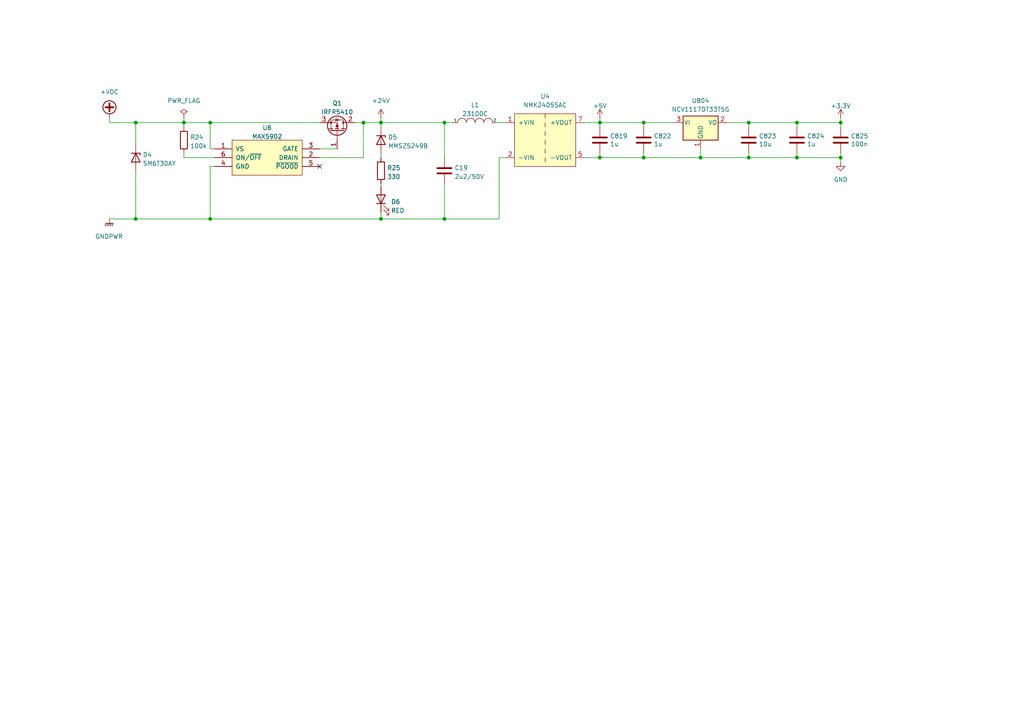
<source format=kicad_sch>
(kicad_sch (version 20230121) (generator eeschema)
  (paper "A4")
  (lib_symbols
    (symbol "Device:C" (pin_numbers hide) (pin_names (offset 0.254))
      (property "Reference" "C" (at 0.635 2.54 0))
      (property "Value" "C" (at 0.635 -2.54 0))
      (symbol "C_0_1"
        (polyline (pts (xy -2.032 -0.762) (xy 2.032 -0.762)) (stroke (width 0.508)))
        (polyline (pts (xy -2.032 0.762) (xy 2.032 0.762)) (stroke (width 0.508)))
      )
      (symbol "C_1_1"
        (pin passive line (at 0 3.81 270) (length 2.794) (name "~") (number "1"))
        (pin passive line (at 0 -3.81 90) (length 2.794) (name "~") (number "2"))
      )
    )
    (symbol "Device:D_Zener" (pin_numbers hide) (pin_names (offset 1.016) hide)
      (property "Reference" "D" (at 0 2.54 0))
      (property "Value" "D_Zener" (at 0 -2.54 0))
      (symbol "D_Zener_0_1"
        (polyline (pts (xy 1.27 0) (xy -1.27 0)))
        (polyline (pts (xy -1.27 -1.27) (xy -1.27 1.27) (xy -0.762 1.27)) (stroke (width 0.254)))
        (polyline (pts (xy 1.27 -1.27) (xy 1.27 1.27) (xy -1.27 0) (xy 1.27 -1.27)) (stroke (width 0.254)))
      )
      (symbol "D_Zener_1_1"
        (pin passive line (at -3.81 0 0) (length 2.54) (name "K") (number "1"))
        (pin passive line (at 3.81 0 180) (length 2.54) (name "A") (number "2"))
      )
    )
    (symbol "Device:LED" (pin_numbers hide) (pin_names (offset 1.016) hide)
      (property "Reference" "D" (at 0 2.54 0))
      (property "Value" "LED" (at 0 -2.54 0))
      (symbol "LED_0_1"
        (polyline (pts (xy -1.27 -1.27) (xy -1.27 1.27)) (stroke (width 0.254)))
        (polyline (pts (xy -1.27 0) (xy 1.27 0)))
        (polyline (pts (xy 1.27 -1.27) (xy 1.27 1.27) (xy -1.27 0) (xy 1.27 -1.27)) (stroke (width 0.254)))
        (polyline (pts (xy -3.048 -0.762) (xy -4.572 -2.286) (xy -3.81 -2.286) (xy -4.572 -2.286) (xy -4.572 -1.524)))
        (polyline (pts (xy -1.778 -0.762) (xy -3.302 -2.286) (xy -2.54 -2.286) (xy -3.302 -2.286) (xy -3.302 -1.524)))
      )
      (symbol "LED_1_1"
        (pin passive line (at -3.81 0 0) (length 2.54) (name "K") (number "1"))
        (pin passive line (at 3.81 0 180) (length 2.54) (name "A") (number "2"))
      )
    )
    (symbol "Device:Q_PMOS_GDS" (pin_names (offset 0) hide)
      (property "Reference" "Q" (at 5.08 1.27 0))
      (property "Value" "Q_PMOS_GDS" (at 5.08 -1.27 0))
      (symbol "Q_PMOS_GDS_0_1"
        (polyline (pts (xy 0.254 0) (xy -2.54 0)))
        (polyline (pts (xy 0.254 1.905) (xy 0.254 -1.905)) (stroke (width 0.254)))
        (polyline (pts (xy 0.762 -1.27) (xy 0.762 -2.286)) (stroke (width 0.254)))
        (polyline (pts (xy 0.762 0.508) (xy 0.762 -0.508)) (stroke (width 0.254)))
        (polyline (pts (xy 0.762 2.286) (xy 0.762 1.27)) (stroke (width 0.254)))
        (polyline (pts (xy 2.54 2.54) (xy 2.54 1.778)))
        (polyline (pts (xy 2.54 -2.54) (xy 2.54 0) (xy 0.762 0)))
        (polyline (pts (xy 0.762 1.778) (xy 3.302 1.778) (xy 3.302 -1.778) (xy 0.762 -1.778)))
        (polyline (pts (xy 2.286 0) (xy 1.27 0.381) (xy 1.27 -0.381) (xy 2.286 0)) (fill (type outline)))
        (polyline (pts (xy 2.794 -0.508) (xy 2.921 -0.381) (xy 3.683 -0.381) (xy 3.81 -0.254)))
        (polyline (pts (xy 3.302 -0.381) (xy 2.921 0.254) (xy 3.683 0.254) (xy 3.302 -0.381)))
        (circle (center 1.651 0) (radius 2.794) (stroke (width 0.254)))
        (circle (center 2.54 -1.778) (radius 0.254) (fill (type outline)))
        (circle (center 2.54 1.778) (radius 0.254) (fill (type outline)))
      )
      (symbol "Q_PMOS_GDS_1_1"
        (pin input line (at -5.08 0 0) (length 2.54) (name "G") (number "1"))
        (pin passive line (at 2.54 5.08 270) (length 2.54) (name "D") (number "2"))
        (pin passive line (at 2.54 -5.08 90) (length 2.54) (name "S") (number "3"))
      )
    )
    (symbol "Device:R" (pin_numbers hide) (pin_names (offset 0))
      (property "Reference" "R" (at 2.032 0 90))
      (property "Value" "R" (at 0 0 90))
      (symbol "R_0_1"
        (rectangle (start -1.016 -2.54) (end 1.016 2.54) (stroke (width 0.254)))
      )
      (symbol "R_1_1"
        (pin passive line (at 0 3.81 270) (length 1.27) (name "~") (number "1"))
        (pin passive line (at 0 -3.81 90) (length 1.27) (name "~") (number "2"))
      )
    )
    (symbol "LVPREAMP:MAX5902" (pin_names (offset 1.016))
      (property "Reference" "U" (at -8.89 6.35 0))
      (property "Value" "MAX5902" (at 5.08 6.35 0))
      (symbol "MAX5902_0_1"
        (rectangle (start -10.16 5.08) (end 10.16 -5.08) (fill (type background)))
      )
      (symbol "MAX5902_1_1"
        (pin passive line (at -15.24 2.54 0) (length 5.08) (name "VS") (number "1"))
        (pin passive line (at 15.24 0 180) (length 5.08) (name "DRAIN") (number "2"))
        (pin passive line (at 15.24 2.54 180) (length 5.08) (name "GATE") (number "3"))
        (pin passive line (at -15.24 -2.54 0) (length 5.08) (name "GND") (number "4"))
        (pin passive line (at 15.24 -2.54 180) (length 5.08) (name "~{PGOOD}") (number "5"))
        (pin passive line (at -15.24 0 0) (length 5.08) (name "ON/~{OFF}") (number "6"))
      )
    )
    (symbol "LVPREAMP:NMK_SINGLE" (pin_names (offset 1.016))
      (property "Reference" "U" (at 0 11.43 0))
      (property "Value" "NMK_SINGLE" (at 0 8.89 0))
      (symbol "NMK_SINGLE_0_1"
        (rectangle (start -8.89 7.62) (end 8.89 -7.62) (fill (type background)))
        (polyline (pts (xy 0 -5.08) (xy 0 -6.35)))
        (polyline (pts (xy 0 -2.54) (xy 0 -3.81)))
        (polyline (pts (xy 0 0) (xy 0 -1.27)))
        (polyline (pts (xy 0 2.54) (xy 0 1.27)))
        (polyline (pts (xy 0 5.08) (xy 0 3.81)))
        (polyline (pts (xy 0 7.62) (xy 0 6.35)))
      )
      (symbol "NMK_SINGLE_1_1"
        (pin passive line (at -11.43 5.08 0) (length 2.54) (name "+VIN") (number "1"))
        (pin passive line (at -11.43 -5.08 0) (length 2.54) (name "-VIN") (number "2"))
        (pin passive line (at 11.43 -5.08 180) (length 2.54) (name "-VOUT") (number "5"))
        (pin passive line (at 11.43 5.08 180) (length 2.54) (name "+VOUT") (number "7"))
      )
    )
    (symbol "Regulator_Linear:LM1117-3.3" (pin_names (offset 0.254))
      (property "Reference" "U" (at -3.81 3.175 0))
      (property "Value" "LM1117-3.3" (at 0 3.175 0))
      (symbol "LM1117-3.3_0_1"
        (rectangle (start -5.08 -5.08) (end 5.08 1.905) (stroke (width 0.254)) (fill (type background)))
      )
      (symbol "LM1117-3.3_1_1"
        (pin power_in line (at 0 -7.62 90) (length 2.54) (name "GND") (number "1"))
        (pin power_out line (at 7.62 0 180) (length 2.54) (name "VO") (number "2"))
        (pin power_in line (at -7.62 0 0) (length 2.54) (name "VI") (number "3"))
      )
    )
    (symbol "power:+24V" (power) (pin_names (offset 0))
      (property "Value" "+24V" (at 0 3.556 0))
      (symbol "+24V_0_1"
        (polyline (pts (xy -0.762 1.27) (xy 0 2.54)))
        (polyline (pts (xy 0 0) (xy 0 2.54)))
        (polyline (pts (xy 0 2.54) (xy 0.762 1.27)))
      )
      (symbol "+24V_1_1"
        (pin power_in line (at 0 0 90) (length 0) hide (name "+24V") (number "1"))
      )
    )
    (symbol "power:+3.3V" (power) (pin_names (offset 0))
      (property "Value" "+3.3V" (at 0 3.556 0))
      (symbol "+3.3V_0_1"
        (polyline (pts (xy -0.762 1.27) (xy 0 2.54)))
        (polyline (pts (xy 0 0) (xy 0 2.54)))
        (polyline (pts (xy 0 2.54) (xy 0.762 1.27)))
      )
      (symbol "+3.3V_1_1"
        (pin power_in line (at 0 0 90) (length 0) hide (name "+3.3V") (number "1"))
      )
    )
    (symbol "power:+5V" (power) (pin_names (offset 0))
      (property "Value" "+5V" (at 0 3.556 0))
      (symbol "+5V_0_1"
        (polyline (pts (xy -0.762 1.27) (xy 0 2.54)))
        (polyline (pts (xy 0 0) (xy 0 2.54)))
        (polyline (pts (xy 0 2.54) (xy 0.762 1.27)))
      )
      (symbol "+5V_1_1"
        (pin power_in line (at 0 0 90) (length 0) hide (name "+5V") (number "1"))
      )
    )
    (symbol "power:+VDC" (power) (pin_names (offset 0))
      (property "Value" "+VDC" (at 0 6.35 0))
      (symbol "+VDC_0_1"
        (polyline (pts (xy -1.143 3.175) (xy 1.143 3.175)) (stroke (width 0.508)))
        (polyline (pts (xy 0 0) (xy 0 1.27)))
        (polyline (pts (xy 0 2.032) (xy 0 4.318)) (stroke (width 0.508)))
        (circle (center 0 3.175) (radius 1.905) (stroke (width 0.254)))
      )
      (symbol "+VDC_1_1"
        (pin power_in line (at 0 0 90) (length 0) hide (name "+VDC") (number "1"))
      )
    )
    (symbol "power:GND" (power) (pin_names (offset 0))
      (property "Value" "GND" (at 0 -3.81 0))
      (symbol "GND_0_1"
        (polyline (pts (xy 0 0) (xy 0 -1.27) (xy 1.27 -1.27) (xy 0 -2.54) (xy -1.27 -1.27) (xy 0 -1.27)))
      )
      (symbol "GND_1_1"
        (pin power_in line (at 0 0 270) (length 0) hide (name "GND") (number "1"))
      )
    )
    (symbol "power:GNDPWR" (power) (pin_names (offset 0))
      (property "Value" "GNDPWR" (at 0 -3.302 0))
      (symbol "GNDPWR_0_1"
        (polyline (pts (xy 0 -1.27) (xy 0 0)))
        (polyline (pts (xy -1.016 -1.27) (xy -1.27 -2.032) (xy -1.27 -2.032)) (stroke (width 0.2032)))
        (polyline (pts (xy -0.508 -1.27) (xy -0.762 -2.032) (xy -0.762 -2.032)) (stroke (width 0.2032)))
        (polyline (pts (xy 0 -1.27) (xy -0.254 -2.032) (xy -0.254 -2.032)) (stroke (width 0.2032)))
        (polyline (pts (xy 0.508 -1.27) (xy 0.254 -2.032) (xy 0.254 -2.032)) (stroke (width 0.2032)))
        (polyline (pts (xy 1.016 -1.27) (xy -1.016 -1.27) (xy -1.016 -1.27)) (stroke (width 0.2032)))
        (polyline (pts (xy 1.016 -1.27) (xy 0.762 -2.032) (xy 0.762 -2.032) (xy 0.762 -2.032)) (stroke (width 0.2032)))
      )
      (symbol "GNDPWR_1_1"
        (pin power_in line (at 0 0 270) (length 0) hide (name "GNDPWR") (number "1"))
      )
    )
    (symbol "power:PWR_FLAG" (power) (pin_numbers hide) (pin_names (offset 0) hide)
      (property "Value" "PWR_FLAG" (at 0 3.81 0))
      (symbol "PWR_FLAG_0_0"
        (pin power_out line (at 0 0 90) (length 0) (name "pwr") (number "1"))
      )
      (symbol "PWR_FLAG_0_1"
        (polyline (pts (xy 0 0) (xy 0 1.27) (xy -1.016 1.905) (xy 0 2.54) (xy 1.016 1.905) (xy 0 1.27)))
      )
    )
    (symbol "pspice:INDUCTOR" (pin_numbers hide) (pin_names (offset 0))
      (property "Reference" "L" (at 0 2.54 0))
      (property "Value" "INDUCTOR" (at 0 -1.27 0))
      (symbol "INDUCTOR_0_1"
        (arc (start -2.54 0) (mid -3.81 1.2645) (end -5.08 0))
        (arc (start 0 0) (mid -1.27 1.2645) (end -2.54 0))
        (arc (start 2.54 0) (mid 1.27 1.2645) (end 0 0))
        (arc (start 5.08 0) (mid 3.81 1.2645) (end 2.54 0))
      )
      (symbol "INDUCTOR_1_1"
        (pin input line (at -6.35 0 0) (length 1.27) (name "1") (number "1"))
        (pin input line (at 6.35 0 180) (length 1.27) (name "2") (number "2"))
      )
    )
  )
  (junction (at 203.2 45.72))
  (junction (at 53.34 35.56))
  (junction (at 173.99 35.56))
  (junction (at 110.49 63.5))
  (junction (at 186.69 35.56))
  (junction (at 231.14 45.72))
  (junction (at 217.17 35.56))
  (junction (at 173.99 45.72))
  (junction (at 231.14 35.56))
  (junction (at 110.49 35.56))
  (junction (at 128.905 63.5))
  (junction (at 39.37 35.56))
  (junction (at 243.84 45.72))
  (junction (at 60.96 63.5))
  (junction (at 243.84 35.56))
  (junction (at 39.37 63.5))
  (junction (at 105.41 35.56))
  (junction (at 128.905 35.56))
  (junction (at 186.69 45.72))
  (junction (at 217.17 45.72))
  (junction (at 60.96 35.56))
  (no_connect (at 92.71 48.26))
  (wire (pts (xy 62.23 48.26) (xy 60.96 48.26)))
  (wire (pts (xy 60.96 63.5) (xy 39.37 63.5)))
  (wire (pts (xy 169.545 45.72) (xy 173.99 45.72)))
  (wire (pts (xy 110.49 61.595) (xy 110.49 63.5)))
  (wire (pts (xy 210.82 35.56) (xy 217.17 35.56)))
  (wire (pts (xy 217.17 44.45) (xy 217.17 45.72)))
  (wire (pts (xy 110.49 34.29) (xy 110.49 35.56)))
  (wire (pts (xy 144.78 63.5) (xy 144.78 45.72)))
  (wire (pts (xy 31.75 35.56) (xy 39.37 35.56)))
  (wire (pts (xy 105.41 35.56) (xy 110.49 35.56)))
  (wire (pts (xy 110.49 63.5) (xy 128.905 63.5)))
  (wire (pts (xy 105.41 35.56) (xy 102.87 35.56)))
  (wire (pts (xy 243.84 45.72) (xy 243.84 44.45)))
  (wire (pts (xy 53.34 34.29) (xy 53.34 35.56)))
  (wire (pts (xy 186.69 45.72) (xy 203.2 45.72)))
  (wire (pts (xy 186.69 35.56) (xy 186.69 36.83)))
  (wire (pts (xy 186.69 44.45) (xy 186.69 45.72)))
  (wire (pts (xy 110.49 35.56) (xy 128.905 35.56)))
  (wire (pts (xy 62.23 43.18) (xy 60.96 43.18)))
  (wire (pts (xy 128.905 35.56) (xy 128.905 45.72)))
  (wire (pts (xy 92.71 45.72) (xy 105.41 45.72)))
  (wire (pts (xy 231.14 45.72) (xy 243.84 45.72)))
  (wire (pts (xy 243.84 34.29) (xy 243.84 35.56)))
  (wire (pts (xy 92.71 43.18) (xy 97.79 43.18)))
  (wire (pts (xy 110.49 44.45) (xy 110.49 45.72)))
  (wire (pts (xy 110.49 35.56) (xy 110.49 36.83)))
  (wire (pts (xy 60.96 35.56) (xy 92.71 35.56)))
  (wire (pts (xy 53.34 36.83) (xy 53.34 35.56)))
  (wire (pts (xy 173.99 34.29) (xy 173.99 35.56)))
  (wire (pts (xy 173.99 35.56) (xy 186.69 35.56)))
  (wire (pts (xy 62.23 45.72) (xy 53.34 45.72)))
  (wire (pts (xy 243.84 35.56) (xy 243.84 36.83)))
  (wire (pts (xy 60.96 63.5) (xy 110.49 63.5)))
  (wire (pts (xy 31.75 34.29) (xy 31.75 35.56)))
  (wire (pts (xy 231.14 44.45) (xy 231.14 45.72)))
  (wire (pts (xy 39.37 35.56) (xy 53.34 35.56)))
  (wire (pts (xy 60.96 48.26) (xy 60.96 63.5)))
  (wire (pts (xy 60.96 35.56) (xy 53.34 35.56)))
  (wire (pts (xy 203.2 43.18) (xy 203.2 45.72)))
  (wire (pts (xy 173.99 45.72) (xy 186.69 45.72)))
  (wire (pts (xy 60.96 43.18) (xy 60.96 35.56)))
  (wire (pts (xy 53.34 45.72) (xy 53.34 44.45)))
  (wire (pts (xy 144.78 45.72) (xy 146.685 45.72)))
  (wire (pts (xy 186.69 35.56) (xy 195.58 35.56)))
  (wire (pts (xy 105.41 45.72) (xy 105.41 35.56)))
  (wire (pts (xy 217.17 45.72) (xy 231.14 45.72)))
  (wire (pts (xy 231.14 35.56) (xy 231.14 36.83)))
  (wire (pts (xy 144.145 35.56) (xy 146.685 35.56)))
  (wire (pts (xy 217.17 35.56) (xy 231.14 35.56)))
  (wire (pts (xy 39.37 49.53) (xy 39.37 63.5)))
  (wire (pts (xy 231.14 35.56) (xy 243.84 35.56)))
  (wire (pts (xy 31.75 63.5) (xy 39.37 63.5)))
  (wire (pts (xy 128.905 35.56) (xy 131.445 35.56)))
  (wire (pts (xy 217.17 36.83) (xy 217.17 35.56)))
  (wire (pts (xy 39.37 35.56) (xy 39.37 41.91)))
  (wire (pts (xy 243.84 46.99) (xy 243.84 45.72)))
  (wire (pts (xy 173.99 44.45) (xy 173.99 45.72)))
  (wire (pts (xy 128.905 63.5) (xy 144.78 63.5)))
  (wire (pts (xy 128.905 53.34) (xy 128.905 63.5)))
  (wire (pts (xy 169.545 35.56) (xy 173.99 35.56)))
  (wire (pts (xy 110.49 53.975) (xy 110.49 53.34)))
  (wire (pts (xy 203.2 45.72) (xy 217.17 45.72)))
  (wire (pts (xy 173.99 35.56) (xy 173.99 36.83)))
  (symbol (lib_id "Device:Q_PMOS_GDS") (at 97.79 38.1 270) (mirror x) (unit 1)
    (property "Reference" "Q1" (at 97.79 29.9552 90))
    (property "Value" "IRFR5410" (at 97.79 32.4921 90))
    (property "Footprint" "LVPREAMP:TO-252-2_Rectifier" (effects hide))
    (instances (project "LVPREAMP" (path "" (reference "Q1") (unit 1))) (project "ETH1CREF1A" (path "" (reference "Q601") (unit 1))))
  )
  (symbol (lib_id "Regulator_Linear:LM1117-3.3") (at 203.2 35.56 0) (unit 1)
    (property "Reference" "U804" (at 203.2 29.21 0))
    (property "Value" "NCV1117DT33T5G" (at 203.2 31.75 0))
    (property "Footprint" "Package_TO_SOT_SMD:TO-252-2" (effects hide))
    (property "Datasheet" "http://www.ti.com/lit/ds/symlink/lm1117.pdf" (effects hide))
    (instances (project "ETH1CSMU2" (path "" (reference "U804") (unit 1))) (project "ETH1CREF1A" (path "" (reference "U604") (unit 1))))
  )
  (symbol (lib_id "Device:D_Zener") (at 39.37 45.72 270) (unit 1)
    (property "Reference" "D4" (at 41.402 44.8853 90) (effects (justify left)))
    (property "Value" "SM6T30AY" (at 41.402 47.4222 90) (effects (justify left)))
    (property "Footprint" "LVPREAMP:DO_214AA_REV" (effects hide))
    (instances (project "LVPREAMP" (path "" (reference "D4") (unit 1))) (project "ETH1CREF1A" (path "" (reference "D601") (unit 1))))
  )
  (symbol (lib_id "pspice:INDUCTOR") (at 137.795 35.56 0) (unit 1)
    (property "Reference" "L1" (at 137.795 30.48 0))
    (property "Value" "23100C" (at 137.795 33.02 0))
    (property "Footprint" "LVPREAMP:23100C" (effects hide))
    (instances (project "LVPREAMP" (path "" (reference "L1") (unit 1))) (project "ETH1CREF1A" (path "" (reference "L702") (unit 1)) (path "" (reference "L601") (unit 1))))
  )
  (symbol (lib_id "Device:R") (at 110.49 49.53 0) (unit 1)
    (property "Reference" "R25" (at 112.268 48.6953 0) (effects (justify left)))
    (property "Value" "330" (at 112.268 51.2322 0) (effects (justify left)))
    (property "Footprint" "Resistor_SMD:R_0603_1608Metric_Pad0.98x0.95mm_HandSolder" (effects hide))
    (instances (project "LVPREAMP" (path "" (reference "R25") (unit 1))) (project "ETH1CREF1A" (path "" (reference "R602") (unit 1))))
  )
  (symbol (lib_id "Device:C") (at 128.905 49.53 0) (unit 1)
    (property "Reference" "C19" (at 131.826 48.6953 0) (effects (justify left)))
    (property "Value" "2u2/50V" (at 131.826 51.2322 0) (effects (justify left)))
    (property "Footprint" "Capacitor_SMD:C_1206_3216Metric_Pad1.33x1.80mm_HandSolder" (effects hide))
    (instances (project "LVPREAMP" (path "" (reference "C19") (unit 1))) (project "ETH1CREF1A" (path "" (reference "C716") (unit 1)) (path "" (reference "C601") (unit 1))))
  )
  (symbol (lib_id "power:+3.3V") (at 243.84 34.29 0) (unit 1)
    (property "Reference" "#PWR0812" (effects hide))
    (property "Value" "+3.3V" (at 243.84 30.7142 0))
    (instances (project "ETH1CSMU2" (path "" (reference "#PWR0812") (unit 1))) (project "ETH1CREF1A" (path "" (reference "#PWR0607") (unit 1))))
  )
  (symbol (lib_id "Device:C") (at 173.99 40.64 0) (unit 1)
    (property "Reference" "C819" (at 176.911 39.4716 0) (effects (justify left)))
    (property "Value" "1u" (at 176.911 41.783 0) (effects (justify left)))
    (property "Footprint" "Capacitor_SMD:C_1206_3216Metric_Pad1.33x1.80mm_HandSolder" (effects hide))
    (instances (project "ETH1CSMU2" (path "" (reference "C819") (unit 1))) (project "ETH1CREF1A" (path "" (reference "C604") (unit 1))))
  )
  (symbol (lib_id "Device:LED") (at 110.49 57.785 90) (unit 1)
    (property "Reference" "D6" (at 113.411 58.5378 90) (effects (justify right)))
    (property "Value" "RED" (at 113.411 61.0747 90) (effects (justify right)))
    (property "Footprint" "LED_SMD:LED_0603_1608Metric_Pad1.05x0.95mm_HandSolder" (effects hide))
    (instances (project "LVPREAMP" (path "" (reference "D6") (unit 1))) (project "ETH1CREF1A" (path "" (reference "D603") (unit 1))))
  )
  (symbol (lib_id "power:+24V") (at 110.49 34.29 0) (unit 1)
    (property "Reference" "#PWR066" (effects hide))
    (property "Value" "+24V" (at 110.49 29.21 0))
    (instances (project "LVPREAMP" (path "" (reference "#PWR066") (unit 1))) (project "ETH1CREF1A" (path "" (reference "#PWR0603") (unit 1))))
  )
  (symbol (lib_id "power:GND") (at 243.84 46.99 0) (unit 1)
    (property "Reference" "#PWR0604" (effects hide))
    (property "Value" "GND" (at 243.84 52.07 0))
  )
  (symbol (lib_id "power:PWR_FLAG") (at 53.34 34.29 0) (unit 1)
    (property "Reference" "#FLG05" (effects hide))
    (property "Value" "PWR_FLAG" (at 53.34 29.21 0))
    (instances (project "LVPREAMP" (path "" (reference "#FLG05") (unit 1))) (project "ETH1CREF1A" (path "" (reference "#FLG0601") (unit 1))))
  )
  (symbol (lib_id "Device:D_Zener") (at 110.49 40.64 270) (unit 1)
    (property "Reference" "D5" (at 112.522 39.8053 90) (effects (justify left)))
    (property "Value" "MMSZ5249B" (at 112.522 42.3422 90) (effects (justify left)))
    (property "Footprint" "Diode_SMD:D_SOD-123" (effects hide))
    (instances (project "LVPREAMP" (path "" (reference "D5") (unit 1))) (project "ETH1CREF1A" (path "" (reference "D602") (unit 1))))
  )
  (symbol (lib_id "LVPREAMP:NMK_SINGLE") (at 158.115 40.64 0) (unit 1)
    (property "Reference" "U4" (at 158.115 27.94 0))
    (property "Value" "NMK2405SAC" (at 158.115 30.48 0))
    (property "Footprint" "LVPREAMP:NMK_SINGLE" (effects hide))
    (instances (project "LVPREAMP" (path "" (reference "U4") (unit 1))) (project "ETH1CREF1A" (path "" (reference "U706") (unit 1)) (path "" (reference "U602") (unit 1))))
  )
  (symbol (lib_id "Device:R") (at 53.34 40.64 0) (unit 1)
    (property "Reference" "R24" (at 55.118 39.8053 0) (effects (justify left)))
    (property "Value" "100k" (at 55.118 42.3422 0) (effects (justify left)))
    (property "Footprint" "Resistor_SMD:R_0603_1608Metric_Pad0.98x0.95mm_HandSolder" (effects hide))
    (instances (project "LVPREAMP" (path "" (reference "R24") (unit 1))) (project "ETH1CREF1A" (path "" (reference "R601") (unit 1))))
  )
  (symbol (lib_id "power:+5V") (at 173.99 34.29 0) (unit 1)
    (property "Reference" "#PWR0808" (effects hide))
    (property "Value" "+5V" (at 173.99 30.7142 0))
    (instances (project "ETH1CSMU2" (path "" (reference "#PWR0808") (unit 1))) (project "ETH1CREF1A" (path "" (reference "#PWR0605") (unit 1))))
  )
  (symbol (lib_id "Device:C") (at 217.17 40.64 0) (unit 1)
    (property "Reference" "C823" (at 220.091 39.4716 0) (effects (justify left)))
    (property "Value" "10u" (at 220.091 41.783 0) (effects (justify left)))
    (property "Footprint" "Capacitor_SMD:C_1206_3216Metric_Pad1.33x1.80mm_HandSolder" (effects hide))
    (instances (project "ETH1CSMU2" (path "" (reference "C823") (unit 1))) (project "ETH1CREF1A" (path "" (reference "C606") (unit 1))))
  )
  (symbol (lib_id "Device:C") (at 186.69 40.64 0) (unit 1)
    (property "Reference" "C822" (at 189.611 39.4716 0) (effects (justify left)))
    (property "Value" "1u" (at 189.611 41.783 0) (effects (justify left)))
    (property "Footprint" "Capacitor_SMD:C_1206_3216Metric_Pad1.33x1.80mm_HandSolder" (effects hide))
    (instances (project "ETH1CSMU2" (path "" (reference "C822") (unit 1))) (project "ETH1CREF1A" (path "" (reference "C605") (unit 1))))
  )
  (symbol (lib_id "power:GNDPWR") (at 31.75 63.5 0) (unit 1)
    (property "Reference" "#PWR054" (effects hide))
    (property "Value" "GNDPWR" (at 31.623 68.58 0))
    (instances (project "LVPREAMP" (path "" (reference "#PWR054") (unit 1))) (project "ETH1CREF1A" (path "" (reference "#PWR0602") (unit 1))))
  )
  (symbol (lib_id "LVPREAMP:MAX5902") (at 77.47 45.72 0) (unit 1)
    (property "Reference" "U6" (at 77.47 37.0672 0))
    (property "Value" "MAX5902" (at 77.47 39.6041 0))
    (property "Footprint" "Package_TO_SOT_SMD:SOT-23-6_Handsoldering" (effects hide))
    (instances (project "LVPREAMP" (path "" (reference "U6") (unit 1))) (project "ETH1CREF1A" (path "" (reference "U601") (unit 1))))
  )
  (symbol (lib_id "Device:C") (at 231.14 40.64 0) (unit 1)
    (property "Reference" "C824" (at 234.061 39.4716 0) (effects (justify left)))
    (property "Value" "1u" (at 234.061 41.783 0) (effects (justify left)))
    (property "Footprint" "Capacitor_SMD:C_1206_3216Metric_Pad1.33x1.80mm_HandSolder" (effects hide))
    (instances (project "ETH1CSMU2" (path "" (reference "C824") (unit 1))) (project "ETH1CREF1A" (path "" (reference "C607") (unit 1))))
  )
  (symbol (lib_id "Device:C") (at 243.84 40.64 0) (unit 1)
    (property "Reference" "C825" (at 246.761 39.4716 0) (effects (justify left)))
    (property "Value" "100n" (at 246.761 41.783 0) (effects (justify left)))
    (property "Footprint" "Capacitor_SMD:C_1206_3216Metric_Pad1.33x1.80mm_HandSolder" (effects hide))
    (instances (project "ETH1CSMU2" (path "" (reference "C825") (unit 1))) (project "ETH1CREF1A" (path "" (reference "C608") (unit 1))))
  )
  (symbol (lib_id "power:+VDC") (at 31.75 34.29 0) (unit 1)
    (property "Reference" "#PWR053" (effects hide))
    (property "Value" "+VDC" (at 31.75 26.67 0))
    (instances (project "LVPREAMP" (path "" (reference "#PWR053") (unit 1))) (project "ETH1CREF1A" (path "" (reference "#PWR0601") (unit 1))))
  )
)
</source>
